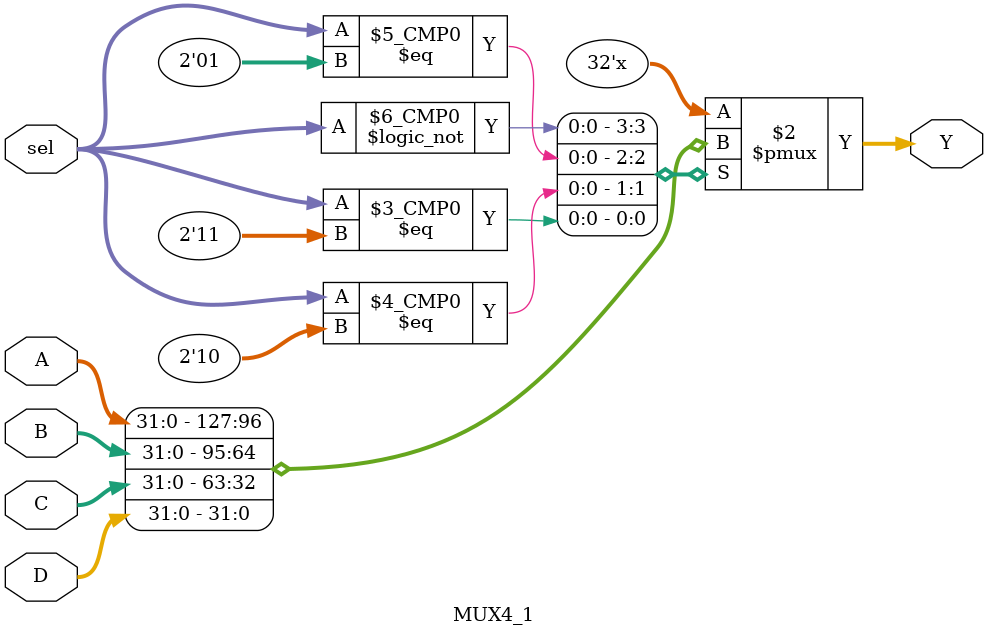
<source format=v>
`timescale 1ns/1ns

module MUX4_1(
    input [1:0] sel,              
    input [31:0] A,              
    input [31:0] B,               
    input [31:0] C,               
    input [31:0] D,               
    output reg [31:0] Y           
);
    always @* begin
        case (sel)
            2'b00: Y = A;
            2'b01: Y = B;
            2'b10: Y = C;
            2'b11: Y = D;
            default: Y = 32'b0;
        endcase
    end
endmodule

</source>
